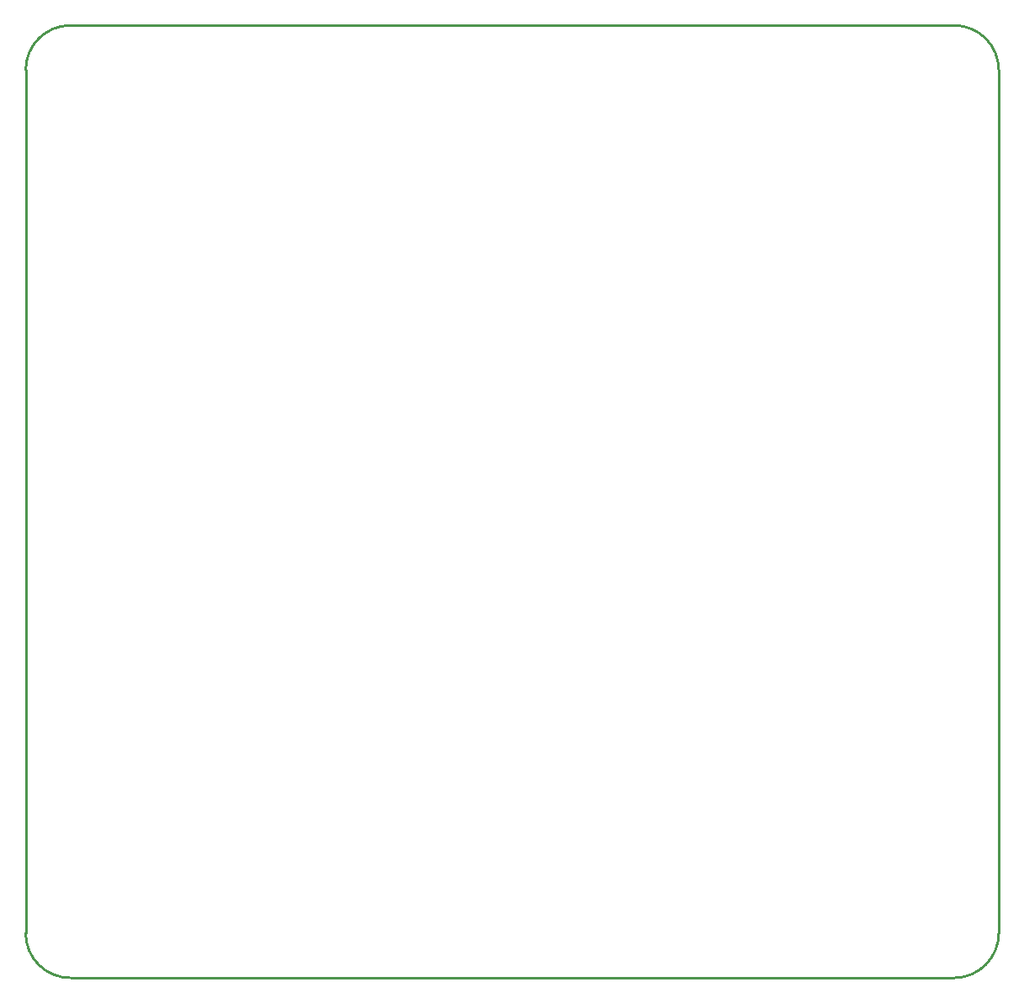
<source format=gbr>
%TF.GenerationSoftware,Altium Limited,Altium Designer,25.2.1 (25)*%
G04 Layer_Color=16711935*
%FSLAX43Y43*%
%MOMM*%
%TF.SameCoordinates,4C24163C-91DB-42BE-86CD-6C2E27ADC54B*%
%TF.FilePolarity,Positive*%
%TF.FileFunction,Keep-out,Top*%
%TF.Part,Single*%
G01*
G75*
%TA.AperFunction,NonConductor*%
%ADD74C,0.254*%
D74*
X4500Y96000D02*
G03*
X0Y91500I0J-4500D01*
G01*
X98000D02*
G03*
X93500Y96000I-4500J0D01*
G01*
Y0D02*
G03*
X98000Y4500I0J4500D01*
G01*
X0D02*
G03*
X4500Y0I4500J0D01*
G01*
X0Y4500D02*
Y91500D01*
X4500Y0D02*
X93500D01*
X98000Y4500D02*
Y91500D01*
X4500Y96000D02*
X93500D01*
%TF.MD5,c6efe8e853ea641a5965a63f0d300860*%
M02*

</source>
